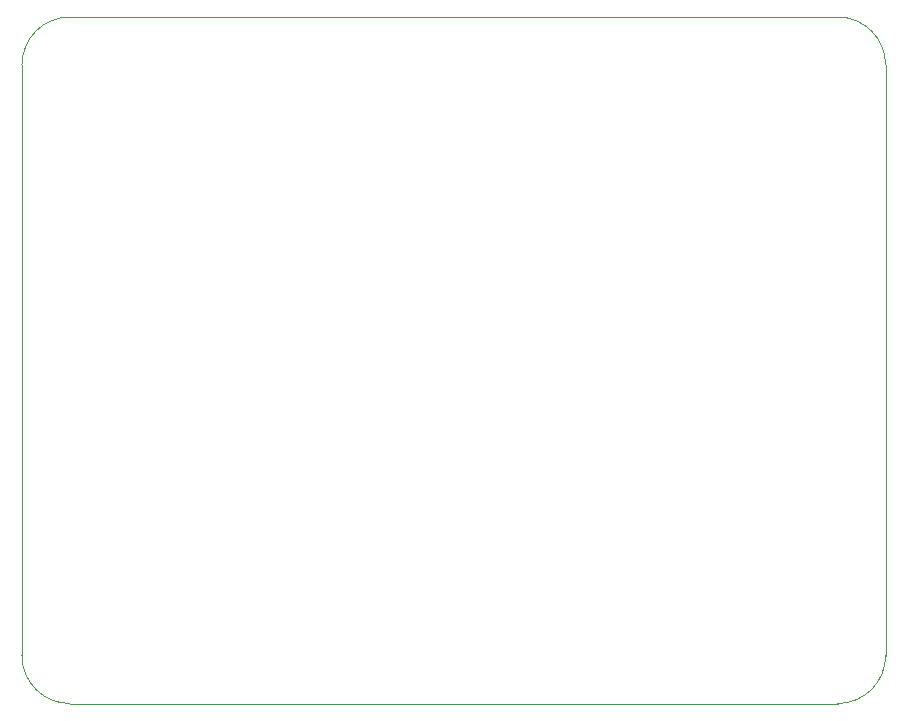
<source format=gbr>
G04 #@! TF.GenerationSoftware,KiCad,Pcbnew,(5.1.6)-1*
G04 #@! TF.CreationDate,2020-10-21T13:59:54+11:00*
G04 #@! TF.ProjectId,DashDriver-V1,44617368-4472-4697-9665-722d56312e6b,rev?*
G04 #@! TF.SameCoordinates,Original*
G04 #@! TF.FileFunction,Profile,NP*
%FSLAX46Y46*%
G04 Gerber Fmt 4.6, Leading zero omitted, Abs format (unit mm)*
G04 Created by KiCad (PCBNEW (5.1.6)-1) date 2020-10-21 13:59:54*
%MOMM*%
%LPD*%
G01*
G04 APERTURE LIST*
G04 #@! TA.AperFunction,Profile*
%ADD10C,0.050000*%
G04 #@! TD*
G04 APERTURE END LIST*
D10*
X154408000Y-36576000D02*
X128016000Y-36576000D01*
X158472000Y-90640000D02*
X158472000Y-40640000D01*
X158472000Y-90640000D02*
G75*
G02*
X154408000Y-94704000I-4064000J0D01*
G01*
X89408000Y-94704000D02*
X154408000Y-94704000D01*
X89408000Y-94704000D02*
G75*
G02*
X85344000Y-90640000I0J4064000D01*
G01*
X154408000Y-36576000D02*
G75*
G02*
X158472000Y-40640000I0J-4064000D01*
G01*
X89408000Y-36576000D02*
X128016000Y-36576000D01*
X85344000Y-40640000D02*
X85344000Y-90640000D01*
X85344000Y-40640000D02*
G75*
G02*
X89408000Y-36576000I4064000J0D01*
G01*
M02*

</source>
